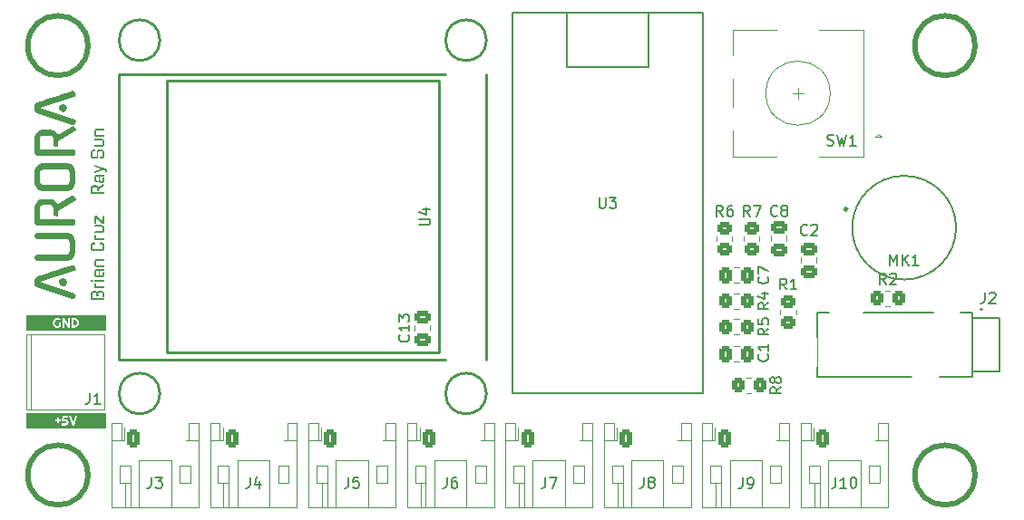
<source format=gto>
%TF.GenerationSoftware,KiCad,Pcbnew,(6.0.6)*%
%TF.CreationDate,2022-06-26T20:30:04-07:00*%
%TF.ProjectId,led_controller-rounded,6c65645f-636f-46e7-9472-6f6c6c65722d,rev?*%
%TF.SameCoordinates,Original*%
%TF.FileFunction,Legend,Top*%
%TF.FilePolarity,Positive*%
%FSLAX46Y46*%
G04 Gerber Fmt 4.6, Leading zero omitted, Abs format (unit mm)*
G04 Created by KiCad (PCBNEW (6.0.6)) date 2022-06-26 20:30:04*
%MOMM*%
%LPD*%
G01*
G04 APERTURE LIST*
G04 Aperture macros list*
%AMRoundRect*
0 Rectangle with rounded corners*
0 $1 Rounding radius*
0 $2 $3 $4 $5 $6 $7 $8 $9 X,Y pos of 4 corners*
0 Add a 4 corners polygon primitive as box body*
4,1,4,$2,$3,$4,$5,$6,$7,$8,$9,$2,$3,0*
0 Add four circle primitives for the rounded corners*
1,1,$1+$1,$2,$3*
1,1,$1+$1,$4,$5*
1,1,$1+$1,$6,$7*
1,1,$1+$1,$8,$9*
0 Add four rect primitives between the rounded corners*
20,1,$1+$1,$2,$3,$4,$5,0*
20,1,$1+$1,$4,$5,$6,$7,0*
20,1,$1+$1,$6,$7,$8,$9,0*
20,1,$1+$1,$8,$9,$2,$3,0*%
G04 Aperture macros list end*
%ADD10C,0.508000*%
%ADD11C,0.150000*%
%ADD12C,0.120000*%
%ADD13C,0.254000*%
%ADD14C,0.127000*%
%ADD15C,0.300000*%
%ADD16C,0.200000*%
%ADD17RoundRect,0.250000X0.450000X-0.350000X0.450000X0.350000X-0.450000X0.350000X-0.450000X-0.350000X0*%
%ADD18RoundRect,0.250000X-0.350000X-0.625000X0.350000X-0.625000X0.350000X0.625000X-0.350000X0.625000X0*%
%ADD19O,1.200000X1.750000*%
%ADD20RoundRect,0.250000X-0.350000X-0.450000X0.350000X-0.450000X0.350000X0.450000X-0.350000X0.450000X0*%
%ADD21R,2.500000X2.500000*%
%ADD22C,2.500000*%
%ADD23RoundRect,0.250000X0.475000X-0.337500X0.475000X0.337500X-0.475000X0.337500X-0.475000X-0.337500X0*%
%ADD24RoundRect,0.250000X0.350000X0.450000X-0.350000X0.450000X-0.350000X-0.450000X0.350000X-0.450000X0*%
%ADD25C,4.500000*%
%ADD26RoundRect,0.250000X-0.337500X-0.475000X0.337500X-0.475000X0.337500X0.475000X-0.337500X0.475000X0*%
%ADD27C,2.540000*%
%ADD28C,1.700000*%
%ADD29O,1.700000X1.700000*%
%ADD30RoundRect,0.250000X-0.450000X0.350000X-0.450000X-0.350000X0.450000X-0.350000X0.450000X0.350000X0*%
%ADD31R,2.000000X2.000000*%
%ADD32C,2.000000*%
%ADD33R,3.200000X2.000000*%
%ADD34C,1.600000*%
%ADD35R,1.378000X1.378000*%
%ADD36C,1.378000*%
%ADD37RoundRect,0.250000X-0.475000X0.337500X-0.475000X-0.337500X0.475000X-0.337500X0.475000X0.337500X0*%
%ADD38R,2.200000X2.800000*%
%ADD39R,2.800000X2.800000*%
%ADD40R,2.600000X2.800000*%
G04 APERTURE END LIST*
D10*
X96012000Y-130302000D02*
G75*
G03*
X96012000Y-130302000I-2794000J0D01*
G01*
X178816000Y-90170000D02*
G75*
G03*
X178816000Y-90170000I-2794000J0D01*
G01*
X96012000Y-90170000D02*
G75*
G03*
X96012000Y-90170000I-2794000J0D01*
G01*
X178816000Y-130302000D02*
G75*
G03*
X178816000Y-130302000I-2794000J0D01*
G01*
D11*
X161227833Y-112958380D02*
X160894500Y-112482190D01*
X160656404Y-112958380D02*
X160656404Y-111958380D01*
X161037357Y-111958380D01*
X161132595Y-112006000D01*
X161180214Y-112053619D01*
X161227833Y-112148857D01*
X161227833Y-112291714D01*
X161180214Y-112386952D01*
X161132595Y-112434571D01*
X161037357Y-112482190D01*
X160656404Y-112482190D01*
X162180214Y-112958380D02*
X161608785Y-112958380D01*
X161894500Y-112958380D02*
X161894500Y-111958380D01*
X161799261Y-112101238D01*
X161704023Y-112196476D01*
X161608785Y-112244095D01*
X129525476Y-130516380D02*
X129525476Y-131230666D01*
X129477857Y-131373523D01*
X129382619Y-131468761D01*
X129239762Y-131516380D01*
X129144524Y-131516380D01*
X130430238Y-130516380D02*
X130239762Y-130516380D01*
X130144524Y-130564000D01*
X130096905Y-130611619D01*
X130001667Y-130754476D01*
X129954048Y-130944952D01*
X129954048Y-131325904D01*
X130001667Y-131421142D01*
X130049286Y-131468761D01*
X130144524Y-131516380D01*
X130335000Y-131516380D01*
X130430238Y-131468761D01*
X130477857Y-131421142D01*
X130525476Y-131325904D01*
X130525476Y-131087809D01*
X130477857Y-130992571D01*
X130430238Y-130944952D01*
X130335000Y-130897333D01*
X130144524Y-130897333D01*
X130049286Y-130944952D01*
X130001667Y-130992571D01*
X129954048Y-131087809D01*
X170521333Y-112466380D02*
X170188000Y-111990190D01*
X169949904Y-112466380D02*
X169949904Y-111466380D01*
X170330857Y-111466380D01*
X170426095Y-111514000D01*
X170473714Y-111561619D01*
X170521333Y-111656857D01*
X170521333Y-111799714D01*
X170473714Y-111894952D01*
X170426095Y-111942571D01*
X170330857Y-111990190D01*
X169949904Y-111990190D01*
X170902285Y-111561619D02*
X170949904Y-111514000D01*
X171045142Y-111466380D01*
X171283238Y-111466380D01*
X171378476Y-111514000D01*
X171426095Y-111561619D01*
X171473714Y-111656857D01*
X171473714Y-111752095D01*
X171426095Y-111894952D01*
X170854666Y-112466380D01*
X171473714Y-112466380D01*
X96186666Y-122642380D02*
X96186666Y-123356666D01*
X96139047Y-123499523D01*
X96043809Y-123594761D01*
X95900952Y-123642380D01*
X95805714Y-123642380D01*
X97186666Y-123642380D02*
X96615238Y-123642380D01*
X96900952Y-123642380D02*
X96900952Y-122642380D01*
X96805714Y-122785238D01*
X96710476Y-122880476D01*
X96615238Y-122928095D01*
X101951588Y-130516380D02*
X101951588Y-131230666D01*
X101903969Y-131373523D01*
X101808731Y-131468761D01*
X101665874Y-131516380D01*
X101570636Y-131516380D01*
X102332541Y-130516380D02*
X102951588Y-130516380D01*
X102618255Y-130897333D01*
X102761112Y-130897333D01*
X102856350Y-130944952D01*
X102903969Y-130992571D01*
X102951588Y-131087809D01*
X102951588Y-131325904D01*
X102903969Y-131421142D01*
X102856350Y-131468761D01*
X102761112Y-131516380D01*
X102475398Y-131516380D01*
X102380160Y-131468761D01*
X102332541Y-131421142D01*
X125931142Y-117228857D02*
X125978761Y-117276476D01*
X126026380Y-117419333D01*
X126026380Y-117514571D01*
X125978761Y-117657428D01*
X125883523Y-117752666D01*
X125788285Y-117800285D01*
X125597809Y-117847904D01*
X125454952Y-117847904D01*
X125264476Y-117800285D01*
X125169238Y-117752666D01*
X125074000Y-117657428D01*
X125026380Y-117514571D01*
X125026380Y-117419333D01*
X125074000Y-117276476D01*
X125121619Y-117228857D01*
X126026380Y-116276476D02*
X126026380Y-116847904D01*
X126026380Y-116562190D02*
X125026380Y-116562190D01*
X125169238Y-116657428D01*
X125264476Y-116752666D01*
X125312095Y-116847904D01*
X125026380Y-115943142D02*
X125026380Y-115324095D01*
X125407333Y-115657428D01*
X125407333Y-115514571D01*
X125454952Y-115419333D01*
X125502571Y-115371714D01*
X125597809Y-115324095D01*
X125835904Y-115324095D01*
X125931142Y-115371714D01*
X125978761Y-115419333D01*
X126026380Y-115514571D01*
X126026380Y-115800285D01*
X125978761Y-115895523D01*
X125931142Y-115943142D01*
X159560880Y-114212666D02*
X159084690Y-114546000D01*
X159560880Y-114784095D02*
X158560880Y-114784095D01*
X158560880Y-114403142D01*
X158608500Y-114307904D01*
X158656119Y-114260285D01*
X158751357Y-114212666D01*
X158894214Y-114212666D01*
X158989452Y-114260285D01*
X159037071Y-114307904D01*
X159084690Y-114403142D01*
X159084690Y-114784095D01*
X158894214Y-113355523D02*
X159560880Y-113355523D01*
X158513261Y-113593619D02*
X159227547Y-113831714D01*
X159227547Y-113212666D01*
X165814476Y-130516380D02*
X165814476Y-131230666D01*
X165766857Y-131373523D01*
X165671619Y-131468761D01*
X165528761Y-131516380D01*
X165433523Y-131516380D01*
X166814476Y-131516380D02*
X166243047Y-131516380D01*
X166528761Y-131516380D02*
X166528761Y-130516380D01*
X166433523Y-130659238D01*
X166338285Y-130754476D01*
X166243047Y-130802095D01*
X167433523Y-130516380D02*
X167528761Y-130516380D01*
X167624000Y-130564000D01*
X167671619Y-130611619D01*
X167719238Y-130706857D01*
X167766857Y-130897333D01*
X167766857Y-131135428D01*
X167719238Y-131325904D01*
X167671619Y-131421142D01*
X167624000Y-131468761D01*
X167528761Y-131516380D01*
X167433523Y-131516380D01*
X167338285Y-131468761D01*
X167290666Y-131421142D01*
X167243047Y-131325904D01*
X167195428Y-131135428D01*
X167195428Y-130897333D01*
X167243047Y-130706857D01*
X167290666Y-130611619D01*
X167338285Y-130564000D01*
X167433523Y-130516380D01*
X159465642Y-111784666D02*
X159513261Y-111832285D01*
X159560880Y-111975142D01*
X159560880Y-112070380D01*
X159513261Y-112213238D01*
X159418023Y-112308476D01*
X159322785Y-112356095D01*
X159132309Y-112403714D01*
X158989452Y-112403714D01*
X158798976Y-112356095D01*
X158703738Y-112308476D01*
X158608500Y-112213238D01*
X158560880Y-112070380D01*
X158560880Y-111975142D01*
X158608500Y-111832285D01*
X158656119Y-111784666D01*
X158560880Y-111451333D02*
X158560880Y-110784666D01*
X159560880Y-111213238D01*
X126960380Y-106933904D02*
X127769904Y-106933904D01*
X127865142Y-106886285D01*
X127912761Y-106838666D01*
X127960380Y-106743428D01*
X127960380Y-106552952D01*
X127912761Y-106457714D01*
X127865142Y-106410095D01*
X127769904Y-106362476D01*
X126960380Y-106362476D01*
X127293714Y-105457714D02*
X127960380Y-105457714D01*
X126912761Y-105695809D02*
X127627047Y-105933904D01*
X127627047Y-105314857D01*
X138716772Y-130516380D02*
X138716772Y-131230666D01*
X138669153Y-131373523D01*
X138573915Y-131468761D01*
X138431058Y-131516380D01*
X138335820Y-131516380D01*
X139097725Y-130516380D02*
X139764391Y-130516380D01*
X139335820Y-131516380D01*
X155296333Y-106116380D02*
X154963000Y-105640190D01*
X154724904Y-106116380D02*
X154724904Y-105116380D01*
X155105857Y-105116380D01*
X155201095Y-105164000D01*
X155248714Y-105211619D01*
X155296333Y-105306857D01*
X155296333Y-105449714D01*
X155248714Y-105544952D01*
X155201095Y-105592571D01*
X155105857Y-105640190D01*
X154724904Y-105640190D01*
X156153476Y-105116380D02*
X155963000Y-105116380D01*
X155867761Y-105164000D01*
X155820142Y-105211619D01*
X155724904Y-105354476D01*
X155677285Y-105544952D01*
X155677285Y-105925904D01*
X155724904Y-106021142D01*
X155772523Y-106068761D01*
X155867761Y-106116380D01*
X156058238Y-106116380D01*
X156153476Y-106068761D01*
X156201095Y-106021142D01*
X156248714Y-105925904D01*
X156248714Y-105687809D01*
X156201095Y-105592571D01*
X156153476Y-105544952D01*
X156058238Y-105497333D01*
X155867761Y-105497333D01*
X155772523Y-105544952D01*
X155724904Y-105592571D01*
X155677285Y-105687809D01*
X147908068Y-130516380D02*
X147908068Y-131230666D01*
X147860449Y-131373523D01*
X147765211Y-131468761D01*
X147622354Y-131516380D01*
X147527116Y-131516380D01*
X148527116Y-130944952D02*
X148431878Y-130897333D01*
X148384259Y-130849714D01*
X148336640Y-130754476D01*
X148336640Y-130706857D01*
X148384259Y-130611619D01*
X148431878Y-130564000D01*
X148527116Y-130516380D01*
X148717592Y-130516380D01*
X148812830Y-130564000D01*
X148860449Y-130611619D01*
X148908068Y-130706857D01*
X148908068Y-130754476D01*
X148860449Y-130849714D01*
X148812830Y-130897333D01*
X148717592Y-130944952D01*
X148527116Y-130944952D01*
X148431878Y-130992571D01*
X148384259Y-131040190D01*
X148336640Y-131135428D01*
X148336640Y-131325904D01*
X148384259Y-131421142D01*
X148431878Y-131468761D01*
X148527116Y-131516380D01*
X148717592Y-131516380D01*
X148812830Y-131468761D01*
X148860449Y-131421142D01*
X148908068Y-131325904D01*
X148908068Y-131135428D01*
X148860449Y-131040190D01*
X148812830Y-130992571D01*
X148717592Y-130944952D01*
X111142884Y-130516380D02*
X111142884Y-131230666D01*
X111095265Y-131373523D01*
X111000027Y-131468761D01*
X110857170Y-131516380D01*
X110761932Y-131516380D01*
X112047646Y-130849714D02*
X112047646Y-131516380D01*
X111809551Y-130468761D02*
X111571456Y-131183047D01*
X112190503Y-131183047D01*
X159465642Y-119038666D02*
X159513261Y-119086285D01*
X159560880Y-119229142D01*
X159560880Y-119324380D01*
X159513261Y-119467238D01*
X159418023Y-119562476D01*
X159322785Y-119610095D01*
X159132309Y-119657714D01*
X158989452Y-119657714D01*
X158798976Y-119610095D01*
X158703738Y-119562476D01*
X158608500Y-119467238D01*
X158560880Y-119324380D01*
X158560880Y-119229142D01*
X158608500Y-119086285D01*
X158656119Y-119038666D01*
X159560880Y-118086285D02*
X159560880Y-118657714D01*
X159560880Y-118372000D02*
X158560880Y-118372000D01*
X158703738Y-118467238D01*
X158798976Y-118562476D01*
X158846595Y-118657714D01*
X165036666Y-99464761D02*
X165179523Y-99512380D01*
X165417619Y-99512380D01*
X165512857Y-99464761D01*
X165560476Y-99417142D01*
X165608095Y-99321904D01*
X165608095Y-99226666D01*
X165560476Y-99131428D01*
X165512857Y-99083809D01*
X165417619Y-99036190D01*
X165227142Y-98988571D01*
X165131904Y-98940952D01*
X165084285Y-98893333D01*
X165036666Y-98798095D01*
X165036666Y-98702857D01*
X165084285Y-98607619D01*
X165131904Y-98560000D01*
X165227142Y-98512380D01*
X165465238Y-98512380D01*
X165608095Y-98560000D01*
X165941428Y-98512380D02*
X166179523Y-99512380D01*
X166370000Y-98798095D01*
X166560476Y-99512380D01*
X166798571Y-98512380D01*
X167703333Y-99512380D02*
X167131904Y-99512380D01*
X167417619Y-99512380D02*
X167417619Y-98512380D01*
X167322380Y-98655238D01*
X167227142Y-98750476D01*
X167131904Y-98798095D01*
X143764095Y-104354380D02*
X143764095Y-105163904D01*
X143811714Y-105259142D01*
X143859333Y-105306761D01*
X143954571Y-105354380D01*
X144145047Y-105354380D01*
X144240285Y-105306761D01*
X144287904Y-105259142D01*
X144335523Y-105163904D01*
X144335523Y-104354380D01*
X144716476Y-104354380D02*
X145335523Y-104354380D01*
X145002190Y-104735333D01*
X145145047Y-104735333D01*
X145240285Y-104782952D01*
X145287904Y-104830571D01*
X145335523Y-104925809D01*
X145335523Y-105163904D01*
X145287904Y-105259142D01*
X145240285Y-105306761D01*
X145145047Y-105354380D01*
X144859333Y-105354380D01*
X144764095Y-105306761D01*
X144716476Y-105259142D01*
X170902012Y-110688541D02*
X170902012Y-109688187D01*
X171235463Y-110402725D01*
X171568915Y-109688187D01*
X171568915Y-110688541D01*
X172045274Y-110688541D02*
X172045274Y-109688187D01*
X172616905Y-110688541D02*
X172188182Y-110116910D01*
X172616905Y-109688187D02*
X172045274Y-110259817D01*
X173569623Y-110688541D02*
X172997992Y-110688541D01*
X173283807Y-110688541D02*
X173283807Y-109688187D01*
X173188536Y-109831094D01*
X173093264Y-109926366D01*
X172997992Y-109974002D01*
X160361333Y-106021142D02*
X160313714Y-106068761D01*
X160170857Y-106116380D01*
X160075619Y-106116380D01*
X159932761Y-106068761D01*
X159837523Y-105973523D01*
X159789904Y-105878285D01*
X159742285Y-105687809D01*
X159742285Y-105544952D01*
X159789904Y-105354476D01*
X159837523Y-105259238D01*
X159932761Y-105164000D01*
X160075619Y-105116380D01*
X160170857Y-105116380D01*
X160313714Y-105164000D01*
X160361333Y-105211619D01*
X160932761Y-105544952D02*
X160837523Y-105497333D01*
X160789904Y-105449714D01*
X160742285Y-105354476D01*
X160742285Y-105306857D01*
X160789904Y-105211619D01*
X160837523Y-105164000D01*
X160932761Y-105116380D01*
X161123238Y-105116380D01*
X161218476Y-105164000D01*
X161266095Y-105211619D01*
X161313714Y-105306857D01*
X161313714Y-105354476D01*
X161266095Y-105449714D01*
X161218476Y-105497333D01*
X161123238Y-105544952D01*
X160932761Y-105544952D01*
X160837523Y-105592571D01*
X160789904Y-105640190D01*
X160742285Y-105735428D01*
X160742285Y-105925904D01*
X160789904Y-106021142D01*
X160837523Y-106068761D01*
X160932761Y-106116380D01*
X161123238Y-106116380D01*
X161218476Y-106068761D01*
X161266095Y-106021142D01*
X161313714Y-105925904D01*
X161313714Y-105735428D01*
X161266095Y-105640190D01*
X161218476Y-105592571D01*
X161123238Y-105544952D01*
X163155333Y-107799142D02*
X163107714Y-107846761D01*
X162964857Y-107894380D01*
X162869619Y-107894380D01*
X162726761Y-107846761D01*
X162631523Y-107751523D01*
X162583904Y-107656285D01*
X162536285Y-107465809D01*
X162536285Y-107322952D01*
X162583904Y-107132476D01*
X162631523Y-107037238D01*
X162726761Y-106942000D01*
X162869619Y-106894380D01*
X162964857Y-106894380D01*
X163107714Y-106942000D01*
X163155333Y-106989619D01*
X163536285Y-106989619D02*
X163583904Y-106942000D01*
X163679142Y-106894380D01*
X163917238Y-106894380D01*
X164012476Y-106942000D01*
X164060095Y-106989619D01*
X164107714Y-107084857D01*
X164107714Y-107180095D01*
X164060095Y-107322952D01*
X163488666Y-107894380D01*
X164107714Y-107894380D01*
X159560880Y-116610666D02*
X159084690Y-116944000D01*
X159560880Y-117182095D02*
X158560880Y-117182095D01*
X158560880Y-116801142D01*
X158608500Y-116705904D01*
X158656119Y-116658285D01*
X158751357Y-116610666D01*
X158894214Y-116610666D01*
X158989452Y-116658285D01*
X159037071Y-116705904D01*
X159084690Y-116801142D01*
X159084690Y-117182095D01*
X158560880Y-115705904D02*
X158560880Y-116182095D01*
X159037071Y-116229714D01*
X158989452Y-116182095D01*
X158941833Y-116086857D01*
X158941833Y-115848761D01*
X158989452Y-115753523D01*
X159037071Y-115705904D01*
X159132309Y-115658285D01*
X159370404Y-115658285D01*
X159465642Y-115705904D01*
X159513261Y-115753523D01*
X159560880Y-115848761D01*
X159560880Y-116086857D01*
X159513261Y-116182095D01*
X159465642Y-116229714D01*
X120334180Y-130516380D02*
X120334180Y-131230666D01*
X120286561Y-131373523D01*
X120191323Y-131468761D01*
X120048466Y-131516380D01*
X119953228Y-131516380D01*
X121286561Y-130516380D02*
X120810371Y-130516380D01*
X120762752Y-130992571D01*
X120810371Y-130944952D01*
X120905609Y-130897333D01*
X121143704Y-130897333D01*
X121238942Y-130944952D01*
X121286561Y-130992571D01*
X121334180Y-131087809D01*
X121334180Y-131325904D01*
X121286561Y-131421142D01*
X121238942Y-131468761D01*
X121143704Y-131516380D01*
X120905609Y-131516380D01*
X120810371Y-131468761D01*
X120762752Y-131421142D01*
X160726380Y-122086666D02*
X160250190Y-122420000D01*
X160726380Y-122658095D02*
X159726380Y-122658095D01*
X159726380Y-122277142D01*
X159774000Y-122181904D01*
X159821619Y-122134285D01*
X159916857Y-122086666D01*
X160059714Y-122086666D01*
X160154952Y-122134285D01*
X160202571Y-122181904D01*
X160250190Y-122277142D01*
X160250190Y-122658095D01*
X160154952Y-121515238D02*
X160107333Y-121610476D01*
X160059714Y-121658095D01*
X159964476Y-121705714D01*
X159916857Y-121705714D01*
X159821619Y-121658095D01*
X159774000Y-121610476D01*
X159726380Y-121515238D01*
X159726380Y-121324761D01*
X159774000Y-121229523D01*
X159821619Y-121181904D01*
X159916857Y-121134285D01*
X159964476Y-121134285D01*
X160059714Y-121181904D01*
X160107333Y-121229523D01*
X160154952Y-121324761D01*
X160154952Y-121515238D01*
X160202571Y-121610476D01*
X160250190Y-121658095D01*
X160345428Y-121705714D01*
X160535904Y-121705714D01*
X160631142Y-121658095D01*
X160678761Y-121610476D01*
X160726380Y-121515238D01*
X160726380Y-121324761D01*
X160678761Y-121229523D01*
X160631142Y-121181904D01*
X160535904Y-121134285D01*
X160345428Y-121134285D01*
X160250190Y-121181904D01*
X160202571Y-121229523D01*
X160154952Y-121324761D01*
X179752102Y-113243453D02*
X179752102Y-113958948D01*
X179704402Y-114102047D01*
X179609003Y-114197447D01*
X179465904Y-114245146D01*
X179370505Y-114245146D01*
X180181399Y-113338853D02*
X180229099Y-113291153D01*
X180324498Y-113243453D01*
X180562996Y-113243453D01*
X180658396Y-113291153D01*
X180706095Y-113338853D01*
X180753795Y-113434252D01*
X180753795Y-113529651D01*
X180706095Y-113672750D01*
X180133699Y-114245146D01*
X180753795Y-114245146D01*
X157821333Y-106116380D02*
X157488000Y-105640190D01*
X157249904Y-106116380D02*
X157249904Y-105116380D01*
X157630857Y-105116380D01*
X157726095Y-105164000D01*
X157773714Y-105211619D01*
X157821333Y-105306857D01*
X157821333Y-105449714D01*
X157773714Y-105544952D01*
X157726095Y-105592571D01*
X157630857Y-105640190D01*
X157249904Y-105640190D01*
X158154666Y-105116380D02*
X158821333Y-105116380D01*
X158392761Y-106116380D01*
X157146666Y-130558380D02*
X157146666Y-131272666D01*
X157099047Y-131415523D01*
X157003809Y-131510761D01*
X156860952Y-131558380D01*
X156765714Y-131558380D01*
X157670476Y-131558380D02*
X157860952Y-131558380D01*
X157956190Y-131510761D01*
X158003809Y-131463142D01*
X158099047Y-131320285D01*
X158146666Y-131129809D01*
X158146666Y-130748857D01*
X158099047Y-130653619D01*
X158051428Y-130606000D01*
X157956190Y-130558380D01*
X157765714Y-130558380D01*
X157670476Y-130606000D01*
X157622857Y-130653619D01*
X157575238Y-130748857D01*
X157575238Y-130986952D01*
X157622857Y-131082190D01*
X157670476Y-131129809D01*
X157765714Y-131177428D01*
X157956190Y-131177428D01*
X158051428Y-131129809D01*
X158099047Y-131082190D01*
X158146666Y-130986952D01*
D12*
X160659500Y-115289064D02*
X160659500Y-114834936D01*
X162129500Y-115289064D02*
X162129500Y-114834936D01*
X127058810Y-131026000D02*
X127058810Y-133286000D01*
X127558810Y-129426000D02*
X126558810Y-129426000D01*
X126718810Y-127066000D02*
X126718810Y-125466000D01*
X132158810Y-129426000D02*
X133158810Y-129426000D01*
X132158810Y-131026000D02*
X132158810Y-129426000D01*
X132998810Y-125466000D02*
X132998810Y-127066000D01*
X126998810Y-127066000D02*
X126718810Y-127066000D01*
X133918810Y-125466000D02*
X132998810Y-125466000D01*
X127558810Y-131026000D02*
X127558810Y-133286000D01*
X125798810Y-127066000D02*
X126718810Y-127066000D01*
X131358810Y-128926000D02*
X131358810Y-133286000D01*
X125798810Y-125466000D02*
X125798810Y-133286000D01*
X132998810Y-127066000D02*
X132718810Y-127066000D01*
X128358810Y-128926000D02*
X131358810Y-128926000D01*
X126558810Y-131026000D02*
X127558810Y-131026000D01*
X126718810Y-125466000D02*
X125798810Y-125466000D01*
X127558810Y-131026000D02*
X127558810Y-129426000D01*
X133158810Y-129426000D02*
X133158810Y-131026000D01*
X133918810Y-127066000D02*
X132998810Y-127066000D01*
X126998810Y-127066000D02*
X126998810Y-125851000D01*
X125798810Y-133286000D02*
X133918810Y-133286000D01*
X126558810Y-129426000D02*
X126558810Y-131026000D01*
X128358810Y-133286000D02*
X128358810Y-128926000D01*
X133918810Y-133286000D02*
X133918810Y-125466000D01*
X133158810Y-131026000D02*
X132158810Y-131026000D01*
X170460936Y-114527000D02*
X170915064Y-114527000D01*
X170460936Y-113057000D02*
X170915064Y-113057000D01*
G36*
X90242926Y-124512793D02*
G01*
X97717074Y-124512793D01*
X97717074Y-125931207D01*
X90242926Y-125931207D01*
X90242926Y-125666624D01*
X93573203Y-125666624D01*
X93931631Y-125666624D01*
X93985659Y-125661818D01*
X94037361Y-125647400D01*
X94084877Y-125623991D01*
X94126348Y-125592210D01*
X94160919Y-125552212D01*
X94187739Y-125504153D01*
X94204948Y-125448808D01*
X94210684Y-125386951D01*
X94204948Y-125325637D01*
X94187739Y-125270679D01*
X94160919Y-125222775D01*
X94126348Y-125182623D01*
X94084877Y-125150609D01*
X94037361Y-125127122D01*
X93985659Y-125112704D01*
X93931631Y-125107898D01*
X93769160Y-125107898D01*
X93785283Y-124955350D01*
X94174097Y-124955350D01*
X94174097Y-124777376D01*
X94256572Y-124777376D01*
X94547407Y-125666624D01*
X94725381Y-125666624D01*
X95017456Y-124777376D01*
X94814058Y-124777376D01*
X94636084Y-125370828D01*
X94458730Y-124777376D01*
X94256572Y-124777376D01*
X94174097Y-124777376D01*
X93625293Y-124777376D01*
X93573203Y-125285872D01*
X93931631Y-125285872D01*
X93967908Y-125292383D01*
X94000774Y-125311607D01*
X94024338Y-125343233D01*
X94033330Y-125386951D01*
X94024338Y-125433460D01*
X94000774Y-125465086D01*
X93967908Y-125483069D01*
X93931631Y-125488650D01*
X93573203Y-125488650D01*
X93573203Y-125666624D01*
X90242926Y-125666624D01*
X90242926Y-125301995D01*
X92942544Y-125301995D01*
X93118657Y-125301995D01*
X93118657Y-125471287D01*
X93287949Y-125471287D01*
X93287949Y-125301995D01*
X93463442Y-125301995D01*
X93463442Y-125133323D01*
X93287949Y-125133323D01*
X93287949Y-124950389D01*
X93118657Y-124950389D01*
X93118657Y-125133323D01*
X92942544Y-125133323D01*
X92942544Y-125301995D01*
X90242926Y-125301995D01*
X90242926Y-124512793D01*
G37*
X97570000Y-117150000D02*
X90280000Y-117150000D01*
X90280000Y-117150000D02*
X90280000Y-124150000D01*
X90730000Y-117150000D02*
X90730000Y-124150000D01*
X97570000Y-117150000D02*
X97570000Y-124150000D01*
X97570000Y-124150000D02*
X90280000Y-124150000D01*
X100784922Y-133286000D02*
X100784922Y-128926000D01*
X104584922Y-131026000D02*
X104584922Y-129426000D01*
X99144922Y-127066000D02*
X99144922Y-125466000D01*
X99144922Y-125466000D02*
X98224922Y-125466000D01*
X106344922Y-133286000D02*
X106344922Y-125466000D01*
X105424922Y-127066000D02*
X105144922Y-127066000D01*
X105584922Y-131026000D02*
X104584922Y-131026000D01*
X98224922Y-125466000D02*
X98224922Y-133286000D01*
X99424922Y-127066000D02*
X99144922Y-127066000D01*
X99484922Y-131026000D02*
X99484922Y-133286000D01*
X98984922Y-131026000D02*
X99984922Y-131026000D01*
X98224922Y-127066000D02*
X99144922Y-127066000D01*
X99984922Y-131026000D02*
X99984922Y-133286000D01*
X103784922Y-128926000D02*
X103784922Y-133286000D01*
X106344922Y-127066000D02*
X105424922Y-127066000D01*
X106344922Y-125466000D02*
X105424922Y-125466000D01*
X98984922Y-129426000D02*
X98984922Y-131026000D01*
X100784922Y-128926000D02*
X103784922Y-128926000D01*
X104584922Y-129426000D02*
X105584922Y-129426000D01*
X105584922Y-129426000D02*
X105584922Y-131026000D01*
X99984922Y-129426000D02*
X98984922Y-129426000D01*
X99424922Y-127066000D02*
X99424922Y-125851000D01*
X98224922Y-133286000D02*
X106344922Y-133286000D01*
X105424922Y-125466000D02*
X105424922Y-127066000D01*
X99984922Y-131026000D02*
X99984922Y-129426000D01*
X126519000Y-116847252D02*
X126519000Y-116324748D01*
X127989000Y-116847252D02*
X127989000Y-116324748D01*
X156795564Y-113311000D02*
X156341436Y-113311000D01*
X156795564Y-114781000D02*
X156341436Y-114781000D01*
X168924000Y-129426000D02*
X169924000Y-129426000D01*
X164324000Y-129426000D02*
X163324000Y-129426000D01*
X163484000Y-125466000D02*
X162564000Y-125466000D01*
X164324000Y-131026000D02*
X164324000Y-129426000D01*
X169764000Y-127066000D02*
X169484000Y-127066000D01*
X170684000Y-127066000D02*
X169764000Y-127066000D01*
X169924000Y-129426000D02*
X169924000Y-131026000D01*
X163324000Y-131026000D02*
X164324000Y-131026000D01*
X165124000Y-133286000D02*
X165124000Y-128926000D01*
X165124000Y-128926000D02*
X168124000Y-128926000D01*
X170684000Y-125466000D02*
X169764000Y-125466000D01*
X169924000Y-131026000D02*
X168924000Y-131026000D01*
X162564000Y-125466000D02*
X162564000Y-133286000D01*
X162564000Y-133286000D02*
X170684000Y-133286000D01*
X168124000Y-128926000D02*
X168124000Y-133286000D01*
X170684000Y-133286000D02*
X170684000Y-125466000D01*
X163324000Y-129426000D02*
X163324000Y-131026000D01*
X163764000Y-127066000D02*
X163764000Y-125851000D01*
X163824000Y-131026000D02*
X163824000Y-133286000D01*
X164324000Y-131026000D02*
X164324000Y-133286000D01*
X163764000Y-127066000D02*
X163484000Y-127066000D01*
X169764000Y-125466000D02*
X169764000Y-127066000D01*
X168924000Y-131026000D02*
X168924000Y-129426000D01*
X163484000Y-127066000D02*
X163484000Y-125466000D01*
X162564000Y-127066000D02*
X163484000Y-127066000D01*
G36*
X94417753Y-107754738D02*
G01*
X94657069Y-107947619D01*
X94797563Y-108202412D01*
X94847569Y-108457206D01*
X94847569Y-109495431D01*
X94797563Y-109750225D01*
X94657069Y-110005019D01*
X94421325Y-110195519D01*
X94080806Y-110262194D01*
X91266169Y-110262194D01*
X91094719Y-110191947D01*
X91037569Y-109981206D01*
X91094719Y-109766894D01*
X91266169Y-109695456D01*
X94042706Y-109695456D01*
X94266544Y-109624019D01*
X94366556Y-109376369D01*
X94366556Y-108576269D01*
X94266544Y-108328619D01*
X94042706Y-108257181D01*
X91266169Y-108257181D01*
X91094719Y-108186934D01*
X91037569Y-107976194D01*
X91094719Y-107761881D01*
X91266169Y-107690444D01*
X94080806Y-107690444D01*
X94417753Y-107754738D01*
G37*
G36*
X94742794Y-110702725D02*
G01*
X94861856Y-110886081D01*
X94878525Y-110955138D01*
X94885669Y-111024194D01*
X94840425Y-111145638D01*
X94723744Y-111224219D01*
X94728506Y-111224219D01*
X91528106Y-112271969D01*
X94728506Y-113314956D01*
X94723744Y-113314956D01*
X94840425Y-113393538D01*
X94885669Y-113514981D01*
X94878525Y-113588800D01*
X94861856Y-113662619D01*
X94861856Y-113657856D01*
X94742794Y-113843594D01*
X94557056Y-113857881D01*
X91256644Y-112772031D01*
X91128056Y-112688688D01*
X91066144Y-112548194D01*
X91044712Y-112391031D01*
X91037569Y-112271969D01*
X91044712Y-112152906D01*
X91061381Y-111995744D01*
X91132819Y-111864775D01*
X91256644Y-111767144D01*
X91584780Y-111660178D01*
X91913869Y-111552641D01*
X92243910Y-111444532D01*
X92574904Y-111335852D01*
X93238796Y-111117348D01*
X93569790Y-111008668D01*
X93899831Y-110900559D01*
X94228920Y-110793022D01*
X94557056Y-110686056D01*
X94742794Y-110702725D01*
G37*
G36*
X94828519Y-104356694D02*
G01*
X94823756Y-104356694D01*
X94890431Y-104542431D01*
X94782794Y-104715587D01*
X93275944Y-105613994D01*
X93275944Y-105980706D01*
X93211650Y-106106913D01*
X93037819Y-106152156D01*
X92855653Y-106102150D01*
X92794931Y-105952131D01*
X92794931Y-105394919D01*
X92694919Y-105147269D01*
X92475844Y-105075831D01*
X91861481Y-105075831D01*
X91642406Y-105147269D01*
X91542394Y-105394919D01*
X91542394Y-106399806D01*
X94647544Y-106399806D01*
X94818994Y-106470053D01*
X94876144Y-106680794D01*
X94818994Y-106891534D01*
X94647544Y-106961781D01*
X91347131Y-106961781D01*
X91118531Y-106873675D01*
X91061381Y-106661744D01*
X91061381Y-105275856D01*
X91113769Y-105018681D01*
X91247119Y-104761506D01*
X91247119Y-104766269D01*
X91482862Y-104575769D01*
X91818619Y-104509094D01*
X92513944Y-104509094D01*
X92850891Y-104573388D01*
X93090206Y-104766269D01*
X93161644Y-104878188D01*
X93228319Y-104999631D01*
X94485619Y-104237631D01*
X94547531Y-104209056D01*
X94609444Y-104194769D01*
X94828519Y-104356694D01*
G37*
G36*
X94780894Y-104718644D02*
G01*
X94782794Y-104715587D01*
X94785656Y-104713881D01*
X94780894Y-104718644D01*
G37*
G36*
X94828519Y-97860644D02*
G01*
X94823756Y-97860644D01*
X94890431Y-98046381D01*
X94782794Y-98219537D01*
X93275944Y-99117944D01*
X93275944Y-99484656D01*
X93211650Y-99610862D01*
X93037819Y-99656106D01*
X92855653Y-99606100D01*
X92794931Y-99456081D01*
X92794931Y-98898869D01*
X92694919Y-98651219D01*
X92475844Y-98579781D01*
X91861481Y-98579781D01*
X91642406Y-98651219D01*
X91542394Y-98898869D01*
X91542394Y-99903756D01*
X94647544Y-99903756D01*
X94818994Y-99974003D01*
X94876144Y-100184744D01*
X94818994Y-100395484D01*
X94647544Y-100465731D01*
X91347131Y-100465731D01*
X91118531Y-100377625D01*
X91061381Y-100165694D01*
X91061381Y-98779806D01*
X91113769Y-98522631D01*
X91247119Y-98265456D01*
X91247119Y-98270219D01*
X91482862Y-98079719D01*
X91818619Y-98013044D01*
X92513944Y-98013044D01*
X92850891Y-98077337D01*
X93090206Y-98270219D01*
X93161644Y-98382137D01*
X93228319Y-98503581D01*
X94485619Y-97741581D01*
X94547531Y-97713006D01*
X94609444Y-97698719D01*
X94828519Y-97860644D01*
G37*
G36*
X94780894Y-98222594D02*
G01*
X94782794Y-98219537D01*
X94785656Y-98217831D01*
X94780894Y-98222594D01*
G37*
G36*
X91247119Y-101437281D02*
G01*
X91247119Y-101442044D01*
X91482862Y-101251544D01*
X91818619Y-101184869D01*
X94080806Y-101184869D01*
X94417753Y-101249162D01*
X94657069Y-101442044D01*
X94797563Y-101696837D01*
X94847569Y-101951631D01*
X94847569Y-102989856D01*
X94797563Y-103244650D01*
X94657069Y-103499444D01*
X94421325Y-103689944D01*
X94080806Y-103756619D01*
X91818619Y-103756619D01*
X91482862Y-103689944D01*
X91247119Y-103499444D01*
X91247119Y-103504206D01*
X91113769Y-103247031D01*
X91061381Y-102989856D01*
X91061381Y-102870794D01*
X91542394Y-102870794D01*
X91642406Y-103118444D01*
X91861481Y-103189881D01*
X94042706Y-103189881D01*
X94266544Y-103118444D01*
X94366556Y-102870794D01*
X94366556Y-102070694D01*
X94266544Y-101823044D01*
X94042706Y-101751606D01*
X91861481Y-101751606D01*
X91642406Y-101823044D01*
X91542394Y-102070694D01*
X91542394Y-102870794D01*
X91061381Y-102870794D01*
X91061381Y-101951631D01*
X91113769Y-101694456D01*
X91247119Y-101437281D01*
G37*
G36*
X93959363Y-95753237D02*
G01*
X94066519Y-96012794D01*
X93959363Y-96269969D01*
X93699806Y-96374744D01*
X93440250Y-96269969D01*
X93333094Y-96012794D01*
X93440250Y-95753237D01*
X93699806Y-95646081D01*
X93959363Y-95753237D01*
G37*
G36*
X94742794Y-94434025D02*
G01*
X94861856Y-94617381D01*
X94878525Y-94686437D01*
X94885669Y-94755494D01*
X94840425Y-94876937D01*
X94723744Y-94955519D01*
X94728506Y-94955519D01*
X91528106Y-96003269D01*
X94728506Y-97046256D01*
X94723744Y-97046256D01*
X94840425Y-97124837D01*
X94885669Y-97246281D01*
X94878525Y-97320100D01*
X94861856Y-97393919D01*
X94861856Y-97389156D01*
X94742794Y-97574894D01*
X94557056Y-97589181D01*
X91256644Y-96503331D01*
X91128056Y-96419987D01*
X91066144Y-96279494D01*
X91044712Y-96122331D01*
X91037569Y-96003269D01*
X91044712Y-95884206D01*
X91061381Y-95727044D01*
X91132819Y-95596075D01*
X91256644Y-95498444D01*
X91584780Y-95391478D01*
X91913869Y-95283941D01*
X92243910Y-95175832D01*
X92574904Y-95067152D01*
X93238796Y-94848648D01*
X93569790Y-94739968D01*
X93899831Y-94631859D01*
X94228920Y-94524322D01*
X94557056Y-94417356D01*
X94742794Y-94434025D01*
G37*
G36*
X93959363Y-112021938D02*
G01*
X94066519Y-112281494D01*
X93959363Y-112538669D01*
X93699806Y-112643444D01*
X93440250Y-112538669D01*
X93333094Y-112281494D01*
X93440250Y-112021938D01*
X93699806Y-111914781D01*
X93959363Y-112021938D01*
G37*
X156307248Y-110883000D02*
X156829752Y-110883000D01*
X156307248Y-112353000D02*
X156829752Y-112353000D01*
D13*
X98933000Y-119507000D02*
X98933000Y-92837000D01*
X129413000Y-119507000D02*
X98933000Y-119507000D01*
X133223000Y-119507000D02*
X133223000Y-92837000D01*
X129413000Y-92837000D02*
X98933000Y-92837000D01*
X128778000Y-93472000D02*
X103378000Y-93472000D01*
X103378000Y-93472000D02*
X103378000Y-118872000D01*
X103378000Y-118872000D02*
X128778000Y-118872000D01*
X128778000Y-118872000D02*
X128778000Y-93472000D01*
X102743000Y-89662000D02*
G75*
G03*
X102743000Y-89662000I-1905000J0D01*
G01*
X133223000Y-122682000D02*
G75*
G03*
X133223000Y-122682000I-1905000J0D01*
G01*
X133223000Y-89662000D02*
G75*
G03*
X133223000Y-89662000I-1905000J0D01*
G01*
X102743000Y-122682000D02*
G75*
G03*
X102743000Y-122682000I-1905000J0D01*
G01*
D12*
X141350106Y-129426000D02*
X142350106Y-129426000D01*
X137550106Y-133286000D02*
X137550106Y-128926000D01*
X142190106Y-125466000D02*
X142190106Y-127066000D01*
X135750106Y-129426000D02*
X135750106Y-131026000D01*
X143110106Y-125466000D02*
X142190106Y-125466000D01*
X135910106Y-127066000D02*
X135910106Y-125466000D01*
X140550106Y-128926000D02*
X140550106Y-133286000D01*
X136750106Y-129426000D02*
X135750106Y-129426000D01*
X142350106Y-131026000D02*
X141350106Y-131026000D01*
X137550106Y-128926000D02*
X140550106Y-128926000D01*
X134990106Y-133286000D02*
X143110106Y-133286000D01*
X136190106Y-127066000D02*
X135910106Y-127066000D01*
X135910106Y-125466000D02*
X134990106Y-125466000D01*
X143110106Y-127066000D02*
X142190106Y-127066000D01*
X136750106Y-131026000D02*
X136750106Y-133286000D01*
X136750106Y-131026000D02*
X136750106Y-129426000D01*
X136250106Y-131026000D02*
X136250106Y-133286000D01*
X142350106Y-129426000D02*
X142350106Y-131026000D01*
X143110106Y-133286000D02*
X143110106Y-125466000D01*
X136190106Y-127066000D02*
X136190106Y-125851000D01*
X134990106Y-125466000D02*
X134990106Y-133286000D01*
X135750106Y-131026000D02*
X136750106Y-131026000D01*
X141350106Y-131026000D02*
X141350106Y-129426000D01*
X142190106Y-127066000D02*
X141910106Y-127066000D01*
X134990106Y-127066000D02*
X135910106Y-127066000D01*
X156183000Y-107976936D02*
X156183000Y-108431064D01*
X154713000Y-107976936D02*
X154713000Y-108431064D01*
X145941402Y-131026000D02*
X145941402Y-133286000D01*
X146741402Y-133286000D02*
X146741402Y-128926000D01*
X152301402Y-133286000D02*
X152301402Y-125466000D01*
X146741402Y-128926000D02*
X149741402Y-128926000D01*
X144181402Y-127066000D02*
X145101402Y-127066000D01*
X144941402Y-131026000D02*
X145941402Y-131026000D01*
X150541402Y-131026000D02*
X150541402Y-129426000D01*
X144941402Y-129426000D02*
X144941402Y-131026000D01*
X151381402Y-125466000D02*
X151381402Y-127066000D01*
X145381402Y-127066000D02*
X145381402Y-125851000D01*
X152301402Y-125466000D02*
X151381402Y-125466000D01*
X145101402Y-125466000D02*
X144181402Y-125466000D01*
X145381402Y-127066000D02*
X145101402Y-127066000D01*
X144181402Y-133286000D02*
X152301402Y-133286000D01*
X145441402Y-131026000D02*
X145441402Y-133286000D01*
X151381402Y-127066000D02*
X151101402Y-127066000D01*
X145941402Y-131026000D02*
X145941402Y-129426000D01*
X151541402Y-131026000D02*
X150541402Y-131026000D01*
X151541402Y-129426000D02*
X151541402Y-131026000D01*
X150541402Y-129426000D02*
X151541402Y-129426000D01*
X144181402Y-125466000D02*
X144181402Y-133286000D01*
X149741402Y-128926000D02*
X149741402Y-133286000D01*
X145941402Y-129426000D02*
X144941402Y-129426000D01*
X152301402Y-127066000D02*
X151381402Y-127066000D01*
X145101402Y-127066000D02*
X145101402Y-125466000D01*
X115536218Y-127066000D02*
X114616218Y-127066000D01*
X114616218Y-125466000D02*
X114616218Y-127066000D01*
X108676218Y-131026000D02*
X108676218Y-133286000D01*
X109976218Y-133286000D02*
X109976218Y-128926000D01*
X114616218Y-127066000D02*
X114336218Y-127066000D01*
X115536218Y-125466000D02*
X114616218Y-125466000D01*
X109176218Y-131026000D02*
X109176218Y-133286000D01*
X107416218Y-133286000D02*
X115536218Y-133286000D01*
X113776218Y-131026000D02*
X113776218Y-129426000D01*
X108336218Y-125466000D02*
X107416218Y-125466000D01*
X108176218Y-131026000D02*
X109176218Y-131026000D01*
X113776218Y-129426000D02*
X114776218Y-129426000D01*
X114776218Y-131026000D02*
X113776218Y-131026000D01*
X109176218Y-129426000D02*
X108176218Y-129426000D01*
X108616218Y-127066000D02*
X108336218Y-127066000D01*
X108616218Y-127066000D02*
X108616218Y-125851000D01*
X114776218Y-129426000D02*
X114776218Y-131026000D01*
X109176218Y-131026000D02*
X109176218Y-129426000D01*
X109976218Y-128926000D02*
X112976218Y-128926000D01*
X115536218Y-133286000D02*
X115536218Y-125466000D01*
X107416218Y-127066000D02*
X108336218Y-127066000D01*
X112976218Y-128926000D02*
X112976218Y-133286000D01*
X108176218Y-129426000D02*
X108176218Y-131026000D01*
X107416218Y-125466000D02*
X107416218Y-133286000D01*
X108336218Y-127066000D02*
X108336218Y-125466000D01*
X156307248Y-118249000D02*
X156829752Y-118249000D01*
X156307248Y-119719000D02*
X156829752Y-119719000D01*
X170110000Y-98715000D02*
X169510000Y-98715000D01*
X156210000Y-88715000D02*
X160310000Y-88715000D01*
X162310000Y-95115000D02*
X162310000Y-94115000D01*
X156210000Y-91115000D02*
X156210000Y-88715000D01*
X156210000Y-95915000D02*
X156210000Y-93315000D01*
X168410000Y-100515000D02*
X168410000Y-88715000D01*
X164310000Y-88715000D02*
X168410000Y-88715000D01*
X169510000Y-98715000D02*
X169810000Y-98415000D01*
X169810000Y-98415000D02*
X170110000Y-98715000D01*
X160310000Y-100515000D02*
X156210000Y-100515000D01*
X164310000Y-100515000D02*
X168410000Y-100515000D01*
X162810000Y-94615000D02*
X161810000Y-94615000D01*
X156210000Y-100515000D02*
X156210000Y-98115000D01*
X165310000Y-94615000D02*
G75*
G03*
X165310000Y-94615000I-3000000J0D01*
G01*
D11*
X148336000Y-92202000D02*
X148336000Y-87122000D01*
X135636000Y-87122000D02*
X153416000Y-87122000D01*
X153416000Y-122682000D02*
X135636000Y-122682000D01*
X140716000Y-92202000D02*
X148336000Y-92202000D01*
X135636000Y-122682000D02*
X135636000Y-87122000D01*
X140716000Y-92202000D02*
X140716000Y-87122000D01*
X153416000Y-87122000D02*
X153416000Y-122682000D01*
D14*
X177062000Y-107188000D02*
G75*
G03*
X177062000Y-107188000I-4850000J0D01*
G01*
D15*
X166869000Y-105447000D02*
G75*
G03*
X166869000Y-105447000I-100000J0D01*
G01*
G36*
X94829793Y-115811970D02*
G01*
X94880100Y-115827783D01*
X94965056Y-115885144D01*
X95022107Y-115969790D01*
X95037687Y-116019864D01*
X95042881Y-116073349D01*
X95037687Y-116126912D01*
X95022107Y-116177219D01*
X94965056Y-116262175D01*
X94880100Y-116319226D01*
X94829793Y-116334806D01*
X94776230Y-116340000D01*
X94687554Y-116340000D01*
X94687554Y-115806699D01*
X94776230Y-115806699D01*
X94829793Y-115811970D01*
G37*
G36*
X90242926Y-115354220D02*
G01*
X97717074Y-115354220D01*
X97717074Y-116801780D01*
X90242926Y-116801780D01*
X90242926Y-116077070D01*
X92739146Y-116077070D01*
X92743254Y-116139237D01*
X92755579Y-116199233D01*
X92775345Y-116256206D01*
X92801777Y-116309304D01*
X92834644Y-116358138D01*
X92873711Y-116402321D01*
X92918049Y-116441234D01*
X92966729Y-116474255D01*
X93019516Y-116500920D01*
X93076179Y-116520764D01*
X93135943Y-116533089D01*
X93198032Y-116537197D01*
X93278958Y-116530143D01*
X93323714Y-116517973D01*
X93632114Y-116517973D01*
X93810088Y-116517973D01*
X93810088Y-115932583D01*
X94153013Y-116517973D01*
X94343389Y-116517973D01*
X94508340Y-116517973D01*
X94776230Y-116517973D01*
X94836459Y-116514020D01*
X94894363Y-116502160D01*
X94949321Y-116483014D01*
X95000713Y-116457202D01*
X95047997Y-116425188D01*
X95090630Y-116387438D01*
X95128147Y-116344650D01*
X95160083Y-116297521D01*
X95185895Y-116246362D01*
X95205042Y-116191481D01*
X95216901Y-116133578D01*
X95220854Y-116073349D01*
X95216901Y-116013120D01*
X95205042Y-115955217D01*
X95185895Y-115900336D01*
X95160083Y-115849177D01*
X95128147Y-115802048D01*
X95090630Y-115759260D01*
X95047997Y-115721510D01*
X95000713Y-115689497D01*
X94949321Y-115663684D01*
X94894363Y-115644538D01*
X94836459Y-115632678D01*
X94776230Y-115628725D01*
X94508340Y-115628725D01*
X94508340Y-116517973D01*
X94343389Y-116517973D01*
X94343389Y-115628725D01*
X94165415Y-115628725D01*
X94165415Y-116214736D01*
X93822490Y-115628725D01*
X93632114Y-115628725D01*
X93632114Y-116517973D01*
X93323714Y-116517973D01*
X93356782Y-116508981D01*
X93429491Y-116474642D01*
X93495068Y-116428056D01*
X93495068Y-116077070D01*
X93323296Y-116077070D01*
X93323296Y-116330078D01*
X93263145Y-116352402D01*
X93198032Y-116360463D01*
X93141524Y-116354882D01*
X93088582Y-116338139D01*
X93040600Y-116311784D01*
X92998975Y-116277368D01*
X92964558Y-116235665D01*
X92938203Y-116187451D01*
X92921460Y-116134121D01*
X92915879Y-116077070D01*
X92921460Y-116020562D01*
X92938203Y-115967619D01*
X92964558Y-115919715D01*
X92998975Y-115878322D01*
X93040600Y-115844138D01*
X93088582Y-115817861D01*
X93141524Y-115801118D01*
X93198032Y-115795537D01*
X93254928Y-115801350D01*
X93309033Y-115818791D01*
X93358643Y-115846464D01*
X93402051Y-115882973D01*
X93495068Y-115727944D01*
X93429491Y-115681358D01*
X93356782Y-115647019D01*
X93278958Y-115625857D01*
X93198032Y-115618803D01*
X93135943Y-115622911D01*
X93076179Y-115635236D01*
X93019516Y-115655003D01*
X92966729Y-115681435D01*
X92918049Y-115714224D01*
X92873711Y-115753059D01*
X92834644Y-115797242D01*
X92801777Y-115846076D01*
X92775345Y-115899019D01*
X92755579Y-115955527D01*
X92743254Y-116015058D01*
X92739146Y-116077070D01*
X90242926Y-116077070D01*
X90242926Y-115354220D01*
G37*
G36*
X97549494Y-102231428D02*
G01*
X97568544Y-102296912D01*
X97566956Y-102329456D01*
X97558225Y-102356444D01*
X97537588Y-102375494D01*
X97501869Y-102382637D01*
X97154206Y-102384225D01*
X97154206Y-102704900D01*
X97162144Y-102758875D01*
X97187544Y-102789037D01*
X97229613Y-102807294D01*
X97263744Y-102812850D01*
X97325656Y-102812850D01*
X97388363Y-102788244D01*
X97409794Y-102703312D01*
X97409794Y-102525512D01*
X97428447Y-102481459D01*
X97484406Y-102466775D01*
X97537588Y-102481062D01*
X97559019Y-102525512D01*
X97559019Y-102733475D01*
X97545525Y-102827137D01*
X97506631Y-102912862D01*
X97508219Y-102912862D01*
X97438369Y-102971203D01*
X97327244Y-102990650D01*
X97249456Y-102990650D01*
X97135950Y-102967631D01*
X97058956Y-102903337D01*
X97058956Y-102904925D01*
X97018475Y-102820787D01*
X97004981Y-102735062D01*
X97004981Y-102384225D01*
X96857344Y-102384225D01*
X96785112Y-102408831D01*
X96752569Y-102492175D01*
X96752569Y-102677912D01*
X96781937Y-102761256D01*
X96850994Y-102784275D01*
X96863694Y-102784275D01*
X96925606Y-102806500D01*
X96946244Y-102873175D01*
X96925606Y-102939850D01*
X96863694Y-102962075D01*
X96849406Y-102962075D01*
X96739869Y-102939056D01*
X96665256Y-102876350D01*
X96665256Y-102877937D01*
X96620806Y-102791419D01*
X96603344Y-102704900D01*
X96603344Y-102463600D01*
X96620806Y-102378669D01*
X96665256Y-102293737D01*
X96665256Y-102295325D01*
X96743837Y-102231825D01*
X96855756Y-102209600D01*
X97492344Y-102209600D01*
X97549494Y-102231428D01*
G37*
G36*
X96717644Y-108569125D02*
G01*
X96736694Y-108640563D01*
X96717644Y-108710809D01*
X96660494Y-108734225D01*
X96565244Y-108734225D01*
X96492219Y-108758038D01*
X96458881Y-108840588D01*
X96458881Y-109107288D01*
X96492219Y-109189838D01*
X96565244Y-109213650D01*
X97292319Y-109213650D01*
X97366931Y-109189838D01*
X97400269Y-109107288D01*
X97400269Y-108840588D01*
X97366931Y-108758038D01*
X97292319Y-108734225D01*
X97200244Y-108734225D01*
X97144284Y-108710809D01*
X97125631Y-108640563D01*
X97144284Y-108569125D01*
X97200244Y-108545313D01*
X97305019Y-108545313D01*
X97417334Y-108566744D01*
X97497106Y-108631038D01*
X97543938Y-108715969D01*
X97560606Y-108800900D01*
X97560606Y-109146975D01*
X97543938Y-109231906D01*
X97497106Y-109316838D01*
X97418525Y-109380338D01*
X97305019Y-109402563D01*
X96550956Y-109402563D01*
X96439037Y-109380338D01*
X96360456Y-109316838D01*
X96360456Y-109318425D01*
X96316006Y-109232700D01*
X96298544Y-109146975D01*
X96298544Y-108800900D01*
X96316006Y-108715175D01*
X96360456Y-108629450D01*
X96360456Y-108631038D01*
X96439037Y-108567538D01*
X96550956Y-108545313D01*
X96660494Y-108545313D01*
X96717644Y-108569125D01*
G37*
G36*
X97540763Y-106095800D02*
G01*
X97559019Y-106140250D01*
X97559019Y-106710163D01*
X97543938Y-106789538D01*
X97498694Y-106821288D01*
X97408206Y-106810175D01*
X96752569Y-106321225D01*
X96752569Y-106753025D01*
X96677956Y-106813350D01*
X96621997Y-106798269D01*
X96603344Y-106753025D01*
X96603344Y-106202163D01*
X96620012Y-106121994D01*
X96665256Y-106089450D01*
X96716056Y-106090244D01*
X96754156Y-106102150D01*
X97409794Y-106589513D01*
X97409794Y-106140250D01*
X97484406Y-106083100D01*
X97540763Y-106095800D01*
G37*
G36*
X97419319Y-106962575D02*
G01*
X97498694Y-107026075D01*
X97498694Y-107024488D01*
X97542350Y-107108625D01*
X97559019Y-107194350D01*
X97559019Y-107449938D01*
X97542350Y-107534869D01*
X97498694Y-107619800D01*
X97498694Y-107618213D01*
X97419319Y-107681713D01*
X97306606Y-107703938D01*
X96670019Y-107703938D01*
X96612869Y-107682109D01*
X96593819Y-107616625D01*
X96612869Y-107551141D01*
X96670019Y-107529313D01*
X97293906Y-107529313D01*
X97371694Y-107507088D01*
X97409794Y-107421363D01*
X97409794Y-107222925D01*
X97372265Y-107140050D01*
X97293906Y-107114975D01*
X96670019Y-107114975D01*
X96612869Y-107093147D01*
X96593819Y-107027663D01*
X96612869Y-106962178D01*
X96670019Y-106940350D01*
X97306606Y-106940350D01*
X97419319Y-106962575D01*
G37*
G36*
X97549494Y-110118128D02*
G01*
X97568544Y-110183613D01*
X97549494Y-110249097D01*
X97492344Y-110270925D01*
X96868456Y-110270925D01*
X96790098Y-110296000D01*
X96752569Y-110378875D01*
X96752569Y-110577313D01*
X96790669Y-110663038D01*
X96868456Y-110685263D01*
X97492344Y-110685263D01*
X97549494Y-110707091D01*
X97568544Y-110772575D01*
X97549494Y-110838059D01*
X97492344Y-110859888D01*
X96854169Y-110859888D01*
X96741456Y-110839250D01*
X96663669Y-110774163D01*
X96618425Y-110690025D01*
X96603344Y-110605888D01*
X96603344Y-110350300D01*
X96618425Y-110267750D01*
X96663669Y-110182025D01*
X96741456Y-110117731D01*
X96854169Y-110096300D01*
X97492344Y-110096300D01*
X97549494Y-110118128D01*
G37*
G36*
X96733916Y-107851972D02*
G01*
X96752569Y-107897613D01*
X96752569Y-108065888D01*
X96774794Y-108140500D01*
X96836706Y-108157963D01*
X97492344Y-108157963D01*
X97549494Y-108179791D01*
X97568544Y-108245275D01*
X97549494Y-108313141D01*
X97492344Y-108335763D01*
X96835119Y-108335763D01*
X96724787Y-108316316D01*
X96654144Y-108257975D01*
X96616044Y-108174234D01*
X96603344Y-108078588D01*
X96603344Y-107897613D01*
X96621997Y-107853559D01*
X96677956Y-107838875D01*
X96733916Y-107851972D01*
G37*
G36*
X97554256Y-103160512D02*
G01*
X97552669Y-103160512D01*
X97574894Y-103222425D01*
X97539013Y-103280145D01*
X97036731Y-103579612D01*
X97036731Y-103701850D01*
X97015300Y-103743919D01*
X96957356Y-103759000D01*
X96896634Y-103742331D01*
X96876394Y-103692325D01*
X96876394Y-103506587D01*
X96843056Y-103424037D01*
X96770031Y-103400225D01*
X96565244Y-103400225D01*
X96492219Y-103424037D01*
X96458881Y-103506587D01*
X96458881Y-103841550D01*
X97493931Y-103841550D01*
X97551081Y-103864966D01*
X97570131Y-103935212D01*
X97551081Y-104005459D01*
X97493931Y-104028875D01*
X96393794Y-104028875D01*
X96317594Y-103999506D01*
X96298544Y-103928862D01*
X96298544Y-103466900D01*
X96316006Y-103381175D01*
X96360456Y-103295450D01*
X96360456Y-103297037D01*
X96439037Y-103233537D01*
X96550956Y-103211312D01*
X96782731Y-103211312D01*
X96895047Y-103232744D01*
X96974819Y-103297037D01*
X96998631Y-103334344D01*
X97020856Y-103374825D01*
X97439956Y-103120825D01*
X97460594Y-103111300D01*
X97481231Y-103106537D01*
X97554256Y-103160512D01*
G37*
G36*
X97538381Y-103281162D02*
G01*
X97539013Y-103280145D01*
X97539969Y-103279575D01*
X97538381Y-103281162D01*
G37*
G36*
X97418128Y-113103025D02*
G01*
X97497106Y-113179225D01*
X97544731Y-113275269D01*
X97560606Y-113364963D01*
X97560606Y-113599913D01*
X97538381Y-113641981D01*
X97479644Y-113657063D01*
X97420113Y-113640394D01*
X97400269Y-113590388D01*
X97400269Y-113372900D01*
X97366931Y-113290350D01*
X97292319Y-113266538D01*
X97090706Y-113266538D01*
X97020062Y-113293525D01*
X96981169Y-113388775D01*
X97021650Y-113437988D01*
X97035144Y-113496725D01*
X96997044Y-113588800D01*
X96903381Y-113626900D01*
X96809719Y-113588800D01*
X96771619Y-113496725D01*
X96787494Y-113440369D01*
X96825594Y-113390363D01*
X96814481Y-113336388D01*
X96791462Y-113308606D01*
X96760506Y-113298288D01*
X96725581Y-113296700D01*
X96565244Y-113296700D01*
X96492219Y-113321306D01*
X96458881Y-113404650D01*
X96458881Y-113736438D01*
X97506631Y-113738025D01*
X97555050Y-113767394D01*
X97571719Y-113831688D01*
X97552669Y-113901934D01*
X97495519Y-113925350D01*
X96393794Y-113925350D01*
X96317594Y-113895981D01*
X96298544Y-113825338D01*
X96298544Y-113364963D01*
X96314419Y-113276856D01*
X96357281Y-113188750D01*
X96357281Y-113190338D01*
X96436656Y-113129219D01*
X96550956Y-113109375D01*
X96730344Y-113109375D01*
X96834325Y-113136363D01*
X96898619Y-113193513D01*
X96924812Y-113153825D01*
X96954181Y-113122075D01*
X97006569Y-113089531D01*
X97078006Y-113077625D01*
X97305019Y-113077625D01*
X97418128Y-113103025D01*
G37*
G36*
X96700578Y-99895025D02*
G01*
X96719231Y-99966462D01*
X96700578Y-100036709D01*
X96644619Y-100060125D01*
X96565244Y-100060125D01*
X96492219Y-100083937D01*
X96458881Y-100166487D01*
X96458881Y-100433187D01*
X96492219Y-100515737D01*
X96565244Y-100539550D01*
X96727169Y-100539550D01*
X96800987Y-100515737D01*
X96833531Y-100433187D01*
X96833531Y-100126800D01*
X96850994Y-100041075D01*
X96897031Y-99955350D01*
X96897031Y-99956937D01*
X96974819Y-99893437D01*
X97087531Y-99871212D01*
X97305019Y-99871212D01*
X97417334Y-99892644D01*
X97497106Y-99956937D01*
X97543938Y-100041869D01*
X97560606Y-100126800D01*
X97560606Y-100472875D01*
X97543938Y-100557806D01*
X97497106Y-100642737D01*
X97417334Y-100707031D01*
X97305019Y-100728462D01*
X97200244Y-100728462D01*
X97144284Y-100705047D01*
X97125631Y-100634800D01*
X97144284Y-100563362D01*
X97200244Y-100539550D01*
X97292319Y-100539550D01*
X97366931Y-100515737D01*
X97400269Y-100433187D01*
X97400269Y-100166487D01*
X97366931Y-100083937D01*
X97292319Y-100060125D01*
X97100231Y-100060125D01*
X97026412Y-100083937D01*
X96992281Y-100166487D01*
X96992281Y-100472875D01*
X96977200Y-100556616D01*
X96931956Y-100642737D01*
X96850597Y-100707031D01*
X96739869Y-100728462D01*
X96550956Y-100728462D01*
X96439037Y-100706237D01*
X96360456Y-100642737D01*
X96360456Y-100644325D01*
X96316006Y-100558600D01*
X96298544Y-100472875D01*
X96298544Y-100126800D01*
X96316006Y-100041075D01*
X96360456Y-99955350D01*
X96360456Y-99956937D01*
X96439037Y-99893437D01*
X96550956Y-99871212D01*
X96644619Y-99871212D01*
X96700578Y-99895025D01*
G37*
G36*
X97419319Y-98894900D02*
G01*
X97498694Y-98958400D01*
X97498694Y-98956812D01*
X97542350Y-99040950D01*
X97559019Y-99126675D01*
X97559019Y-99382262D01*
X97542350Y-99467194D01*
X97498694Y-99552125D01*
X97498694Y-99550537D01*
X97419319Y-99614037D01*
X97306606Y-99636262D01*
X96670019Y-99636262D01*
X96612869Y-99614434D01*
X96593819Y-99548950D01*
X96612869Y-99483466D01*
X96670019Y-99461637D01*
X97293906Y-99461637D01*
X97371694Y-99439412D01*
X97409794Y-99353687D01*
X97409794Y-99155250D01*
X97372266Y-99072375D01*
X97293906Y-99047300D01*
X96670019Y-99047300D01*
X96612869Y-99025472D01*
X96593819Y-98959987D01*
X96612869Y-98894503D01*
X96670019Y-98872675D01*
X97306606Y-98872675D01*
X97419319Y-98894900D01*
G37*
G36*
X97549494Y-112070753D02*
G01*
X97568544Y-112136238D01*
X97549494Y-112202913D01*
X97492344Y-112225138D01*
X96673194Y-112225138D01*
X96616044Y-112202913D01*
X96596994Y-112136238D01*
X96616044Y-112070753D01*
X96673194Y-112048925D01*
X97492344Y-112048925D01*
X97549494Y-112070753D01*
G37*
G36*
X96733916Y-112376347D02*
G01*
X96752569Y-112421988D01*
X96752569Y-112590263D01*
X96774794Y-112664875D01*
X96836706Y-112682338D01*
X97492344Y-112682338D01*
X97549494Y-112704166D01*
X97568544Y-112769650D01*
X97549494Y-112837516D01*
X97492344Y-112860138D01*
X96835119Y-112860138D01*
X96724787Y-112840691D01*
X96654144Y-112782350D01*
X96616044Y-112698609D01*
X96603344Y-112602963D01*
X96603344Y-112421988D01*
X96621997Y-112377934D01*
X96677956Y-112363250D01*
X96733916Y-112376347D01*
G37*
G36*
X96482694Y-112050513D02*
G01*
X96517619Y-112136238D01*
X96482694Y-112222756D01*
X96396969Y-112258475D01*
X96309656Y-112222756D01*
X96274731Y-112136238D01*
X96309656Y-112050513D01*
X96396969Y-112015588D01*
X96482694Y-112050513D01*
G37*
G36*
X96818648Y-101389805D02*
G01*
X96940687Y-101425970D01*
X97063123Y-101462433D01*
X97185956Y-101499194D01*
X97308690Y-101535954D01*
X97430828Y-101572417D01*
X97552371Y-101608582D01*
X97673319Y-101644450D01*
X97709038Y-101669056D01*
X97743963Y-101712712D01*
X97770950Y-101779387D01*
X97781269Y-101871462D01*
X97781269Y-101954012D01*
X97706656Y-102012750D01*
X97650697Y-101998066D01*
X97632044Y-101954012D01*
X97632044Y-101884163D01*
X97598706Y-101811137D01*
X97539969Y-101788912D01*
X97514569Y-101780975D01*
X96703646Y-102090426D01*
X96704944Y-102090537D01*
X96703356Y-102090537D01*
X96703646Y-102090426D01*
X96639856Y-102084981D01*
X96600169Y-102028625D01*
X96592231Y-101982587D01*
X96646206Y-101925437D01*
X96958944Y-101800025D01*
X97219294Y-101693662D01*
X96649381Y-101523800D01*
X96592231Y-101457125D01*
X96600169Y-101415850D01*
X96636681Y-101361081D01*
X96697006Y-101353937D01*
X96818648Y-101389805D01*
G37*
G36*
X97549494Y-111086503D02*
G01*
X97568544Y-111151988D01*
X97566956Y-111184531D01*
X97558225Y-111211519D01*
X97537588Y-111230569D01*
X97501869Y-111237713D01*
X97154206Y-111239300D01*
X97154206Y-111559975D01*
X97162144Y-111613950D01*
X97187544Y-111644113D01*
X97229613Y-111662369D01*
X97263744Y-111667925D01*
X97325656Y-111667925D01*
X97388363Y-111643319D01*
X97409794Y-111558388D01*
X97409794Y-111380588D01*
X97428447Y-111336534D01*
X97484406Y-111321850D01*
X97537588Y-111336138D01*
X97559019Y-111380588D01*
X97559019Y-111588550D01*
X97545525Y-111682213D01*
X97506631Y-111767938D01*
X97508219Y-111767938D01*
X97438369Y-111826278D01*
X97327244Y-111845725D01*
X97249456Y-111845725D01*
X97135950Y-111822706D01*
X97058956Y-111758413D01*
X97058956Y-111760000D01*
X97018475Y-111675863D01*
X97004981Y-111590138D01*
X97004981Y-111239300D01*
X96857344Y-111239300D01*
X96785112Y-111263906D01*
X96752569Y-111347250D01*
X96752569Y-111532988D01*
X96781937Y-111616331D01*
X96850994Y-111639350D01*
X96863694Y-111639350D01*
X96925606Y-111661575D01*
X96946244Y-111728250D01*
X96925606Y-111794925D01*
X96863694Y-111817150D01*
X96849406Y-111817150D01*
X96739869Y-111794131D01*
X96665256Y-111731425D01*
X96665256Y-111733013D01*
X96620806Y-111646494D01*
X96603344Y-111559975D01*
X96603344Y-111318675D01*
X96620806Y-111233744D01*
X96665256Y-111148813D01*
X96665256Y-111150400D01*
X96743837Y-111086900D01*
X96855756Y-111064675D01*
X97492344Y-111064675D01*
X97549494Y-111086503D01*
G37*
G36*
X97549494Y-97932478D02*
G01*
X97568544Y-97997962D01*
X97549494Y-98063447D01*
X97492344Y-98085275D01*
X96868456Y-98085275D01*
X96790097Y-98110350D01*
X96752569Y-98193225D01*
X96752569Y-98391662D01*
X96790669Y-98477387D01*
X96868456Y-98499612D01*
X97492344Y-98499612D01*
X97549494Y-98521441D01*
X97568544Y-98586925D01*
X97549494Y-98652409D01*
X97492344Y-98674237D01*
X96854169Y-98674237D01*
X96741456Y-98653600D01*
X96663669Y-98588512D01*
X96618425Y-98504375D01*
X96603344Y-98420237D01*
X96603344Y-98164650D01*
X96618425Y-98082100D01*
X96663669Y-97996375D01*
X96741456Y-97932081D01*
X96854169Y-97910650D01*
X97492344Y-97910650D01*
X97549494Y-97932478D01*
G37*
D12*
X159793000Y-108465252D02*
X159793000Y-107942748D01*
X161263000Y-108465252D02*
X161263000Y-107942748D01*
X162587000Y-109974748D02*
X162587000Y-110497252D01*
X164057000Y-109974748D02*
X164057000Y-110497252D01*
X156341436Y-115709000D02*
X156795564Y-115709000D01*
X156341436Y-117179000D02*
X156795564Y-117179000D01*
X117527514Y-125466000D02*
X116607514Y-125466000D01*
X123967514Y-131026000D02*
X122967514Y-131026000D01*
X122967514Y-131026000D02*
X122967514Y-129426000D01*
X119167514Y-128926000D02*
X122167514Y-128926000D01*
X117367514Y-131026000D02*
X118367514Y-131026000D01*
X122167514Y-128926000D02*
X122167514Y-133286000D01*
X124727514Y-127066000D02*
X123807514Y-127066000D01*
X118367514Y-131026000D02*
X118367514Y-129426000D01*
X124727514Y-125466000D02*
X123807514Y-125466000D01*
X117867514Y-131026000D02*
X117867514Y-133286000D01*
X124727514Y-133286000D02*
X124727514Y-125466000D01*
X123807514Y-125466000D02*
X123807514Y-127066000D01*
X122967514Y-129426000D02*
X123967514Y-129426000D01*
X123807514Y-127066000D02*
X123527514Y-127066000D01*
X118367514Y-129426000D02*
X117367514Y-129426000D01*
X117367514Y-129426000D02*
X117367514Y-131026000D01*
X116607514Y-125466000D02*
X116607514Y-133286000D01*
X117807514Y-127066000D02*
X117527514Y-127066000D01*
X118367514Y-131026000D02*
X118367514Y-133286000D01*
X116607514Y-133286000D02*
X124727514Y-133286000D01*
X123967514Y-129426000D02*
X123967514Y-131026000D01*
X119167514Y-133286000D02*
X119167514Y-128926000D01*
X116607514Y-127066000D02*
X117527514Y-127066000D01*
X117807514Y-127066000D02*
X117807514Y-125851000D01*
X117527514Y-127066000D02*
X117527514Y-125466000D01*
X157961064Y-121185000D02*
X157506936Y-121185000D01*
X157961064Y-122655000D02*
X157506936Y-122655000D01*
D14*
X178612500Y-115110000D02*
X178612500Y-115610000D01*
X165212500Y-115110000D02*
X164112500Y-115110000D01*
X178612500Y-120610000D02*
X178612500Y-121110000D01*
X164112500Y-121110000D02*
X164112500Y-115110000D01*
X178612500Y-120610000D02*
X181112500Y-120610000D01*
X178612500Y-115110000D02*
X177512500Y-115110000D01*
X181112500Y-120610000D02*
X181112500Y-115610000D01*
X178612500Y-115610000D02*
X178612500Y-120610000D01*
X181112500Y-115610000D02*
X178612500Y-115610000D01*
X174912500Y-115110000D02*
X168412500Y-115110000D01*
X178612500Y-121110000D02*
X175512500Y-121110000D01*
X172912500Y-121110000D02*
X164112500Y-121110000D01*
D16*
X179512500Y-114810000D02*
G75*
G03*
X179512500Y-114810000I-100000J0D01*
G01*
D12*
X158708000Y-108431064D02*
X158708000Y-107976936D01*
X157238000Y-108431064D02*
X157238000Y-107976936D01*
X155932698Y-133286000D02*
X155932698Y-128926000D01*
X155132698Y-129426000D02*
X154132698Y-129426000D01*
X154292698Y-127066000D02*
X154292698Y-125466000D01*
X161492698Y-133286000D02*
X161492698Y-125466000D01*
X161492698Y-127066000D02*
X160572698Y-127066000D01*
X154132698Y-131026000D02*
X155132698Y-131026000D01*
X160572698Y-127066000D02*
X160292698Y-127066000D01*
X154572698Y-127066000D02*
X154572698Y-125851000D01*
X158932698Y-128926000D02*
X158932698Y-133286000D01*
X154132698Y-129426000D02*
X154132698Y-131026000D01*
X155132698Y-131026000D02*
X155132698Y-129426000D01*
X154572698Y-127066000D02*
X154292698Y-127066000D01*
X154292698Y-125466000D02*
X153372698Y-125466000D01*
X159732698Y-131026000D02*
X159732698Y-129426000D01*
X159732698Y-129426000D02*
X160732698Y-129426000D01*
X161492698Y-125466000D02*
X160572698Y-125466000D01*
X160732698Y-131026000D02*
X159732698Y-131026000D01*
X154632698Y-131026000D02*
X154632698Y-133286000D01*
X155932698Y-128926000D02*
X158932698Y-128926000D01*
X153372698Y-133286000D02*
X161492698Y-133286000D01*
X160572698Y-125466000D02*
X160572698Y-127066000D01*
X153372698Y-125466000D02*
X153372698Y-133286000D01*
X155132698Y-131026000D02*
X155132698Y-133286000D01*
X153372698Y-127066000D02*
X154292698Y-127066000D01*
X160732698Y-129426000D02*
X160732698Y-131026000D01*
%LPC*%
D17*
X161394500Y-116062000D03*
X161394500Y-114062000D03*
D18*
X127858810Y-126926000D03*
D19*
X129858810Y-126926000D03*
X131858810Y-126926000D03*
D20*
X169688000Y-113792000D03*
X171688000Y-113792000D03*
D21*
X93730000Y-118900000D03*
D22*
X93730000Y-122400000D03*
D18*
X100284922Y-126926000D03*
D19*
X102284922Y-126926000D03*
X104284922Y-126926000D03*
D23*
X127254000Y-117623500D03*
X127254000Y-115548500D03*
D24*
X157568500Y-114046000D03*
X155568500Y-114046000D03*
D25*
X176022000Y-90170000D03*
D18*
X164624000Y-126926000D03*
D19*
X166624000Y-126926000D03*
X168624000Y-126926000D03*
D25*
X93218000Y-130302000D03*
D26*
X155531000Y-111618000D03*
X157606000Y-111618000D03*
D27*
X131318000Y-89662000D03*
X131318000Y-122682000D03*
X100838000Y-122682000D03*
X100838000Y-89662000D03*
D28*
X131318000Y-118872000D03*
D29*
X131318000Y-116332000D03*
X131318000Y-113792000D03*
X131318000Y-111252000D03*
X131318000Y-108712000D03*
X131318000Y-106172000D03*
X131318000Y-103632000D03*
X131318000Y-101092000D03*
X131318000Y-98552000D03*
X131318000Y-96012000D03*
X131318000Y-93472000D03*
D25*
X93218000Y-90170000D03*
D18*
X137050106Y-126926000D03*
D19*
X139050106Y-126926000D03*
X141050106Y-126926000D03*
D30*
X155448000Y-107204000D03*
X155448000Y-109204000D03*
D18*
X146241402Y-126926000D03*
D19*
X148241402Y-126926000D03*
X150241402Y-126926000D03*
D18*
X109476218Y-126926000D03*
D19*
X111476218Y-126926000D03*
X113476218Y-126926000D03*
D26*
X155531000Y-118984000D03*
X157606000Y-118984000D03*
D31*
X169810000Y-97115000D03*
D32*
X169810000Y-92115000D03*
X169810000Y-94615000D03*
D33*
X162310000Y-100215000D03*
X162310000Y-89015000D03*
D32*
X155310000Y-92115000D03*
X155310000Y-97115000D03*
D34*
X136906000Y-88392000D03*
X136906000Y-90932000D03*
X136906000Y-93472000D03*
X136906000Y-96012000D03*
X136906000Y-98552000D03*
X136906000Y-101092000D03*
X136906000Y-103632000D03*
X136906000Y-106172000D03*
X136906000Y-108712000D03*
X136906000Y-111252000D03*
X136906000Y-113792000D03*
X136906000Y-116332000D03*
X136906000Y-118872000D03*
X136906000Y-121412000D03*
X152146000Y-121412000D03*
X152146000Y-118872000D03*
X152146000Y-116332000D03*
X152146000Y-113792000D03*
X152146000Y-111252000D03*
X152146000Y-108712000D03*
X152146000Y-106172000D03*
X152146000Y-103632000D03*
X152146000Y-101092000D03*
X152146000Y-98552000D03*
X152146000Y-96012000D03*
X152146000Y-93472000D03*
X152146000Y-90932000D03*
X152146000Y-88392000D03*
D35*
X170212000Y-105918000D03*
D36*
X170212000Y-108458000D03*
D23*
X160528000Y-109241500D03*
X160528000Y-107166500D03*
D37*
X163322000Y-109198500D03*
X163322000Y-111273500D03*
D20*
X155568500Y-116444000D03*
X157568500Y-116444000D03*
D18*
X118667514Y-126926000D03*
D19*
X120667514Y-126926000D03*
X122667514Y-126926000D03*
D25*
X176022000Y-130302000D03*
D24*
X158734000Y-121920000D03*
X156734000Y-121920000D03*
D28*
X175112500Y-118110000D03*
X168112500Y-118110000D03*
D38*
X176212500Y-114410000D03*
D39*
X166812500Y-114410000D03*
D38*
X174212500Y-121810000D03*
D40*
X162812500Y-118860000D03*
D17*
X157973000Y-109204000D03*
X157973000Y-107204000D03*
D18*
X155432698Y-126926000D03*
D19*
X157432698Y-126926000D03*
X159432698Y-126926000D03*
M02*

</source>
